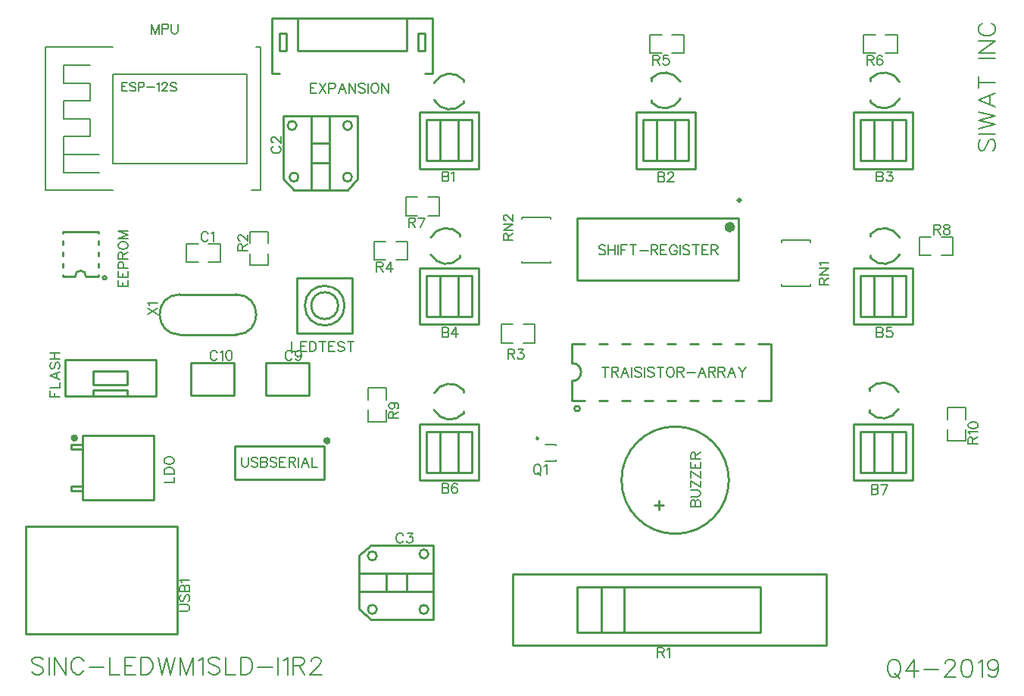
<source format=gto>
G04 Layer: TopSilkLayer*
G04 EasyEDA v6.2.46, 2019-11-08T21:27:59+07:00*
G04 648d43b609d64f9b9fe3d4d00a8c37d9,e5c1abbfa1e54b71a98531a1dec44753,10*
G04 Gerber Generator version 0.2*
G04 Scale: 100 percent, Rotated: No, Reflected: No *
G04 Dimensions in millimeters *
G04 leading zeros omitted , absolute positions ,3 integer and 3 decimal *
%FSLAX33Y33*%
%MOMM*%
G90*
G71D02*

%ADD10C,0.254000*%
%ADD12C,0.599999*%
%ADD34C,0.199898*%
%ADD35C,0.200660*%
%ADD36C,0.152258*%
%ADD37C,0.200000*%
%ADD38C,0.248920*%
%ADD39C,0.299999*%
%ADD40C,0.399999*%
%ADD41C,0.203200*%
%ADD42C,0.152400*%
%ADD43C,0.177800*%

%LPD*%
G54D10*
G01X17308Y17556D02*
G01X17308Y5556D01*
G01X309Y5556D01*
G01X309Y17556D01*
G01X17308Y17556D01*
G54D34*
G01X20747Y47098D02*
G01X22067Y47098D01*
G01X22067Y49168D01*
G01X20747Y49168D01*
G01X19615Y47098D02*
G01X18295Y47098D01*
G01X18295Y49168D01*
G01X19615Y49168D01*
G54D10*
G01X27151Y35876D02*
G01X32001Y35876D01*
G01X32001Y35871D02*
G01X32001Y32170D01*
G01X31998Y32171D02*
G01X27148Y32171D01*
G01X27148Y32176D02*
G01X27148Y35877D01*
G01X18769Y35876D02*
G01X23619Y35876D01*
G01X23619Y35871D02*
G01X23619Y32170D01*
G01X23616Y32171D02*
G01X18766Y32171D01*
G01X18766Y32176D02*
G01X18766Y35877D01*
G54D34*
G01X27450Y49195D02*
G01X27450Y50515D01*
G01X25380Y50515D01*
G01X25380Y49195D01*
G01X27450Y48063D02*
G01X27450Y46743D01*
G01X25380Y46743D01*
G01X25380Y48063D01*
G54D10*
G01X23850Y43485D02*
G01X17551Y43485D01*
G01X23850Y38990D02*
G01X17551Y38990D01*
G01X54737Y4255D02*
G01X54737Y12255D01*
G01X54737Y4255D02*
G01X89789Y4255D01*
G01X89789Y12192D01*
G01X54737Y12192D01*
G01X82422Y5714D02*
G01X61975Y5714D01*
G01X61975Y10794D01*
G01X82422Y10794D01*
G01X82422Y5714D01*
G01X67183Y10668D02*
G01X67183Y5842D01*
G01X64643Y5842D02*
G01X64643Y10668D01*
G01X64516Y10795D01*
G54D35*
G01X59573Y24980D02*
G01X59573Y24831D01*
G01X58447Y24831D01*
G01X58447Y26730D02*
G01X59573Y26730D01*
G01X59573Y26581D01*
G54D36*
G01X88082Y49575D02*
G01X88082Y49339D01*
G01X88082Y44655D02*
G01X88082Y44419D01*
G01X88082Y44419D02*
G01X84836Y44419D01*
G01X84836Y49575D02*
G01X84836Y49339D01*
G01X84836Y44655D02*
G01X84836Y44419D01*
G01X88082Y49575D02*
G01X84836Y49575D01*
G01X55753Y46979D02*
G01X55753Y47216D01*
G01X55753Y51899D02*
G01X55753Y52136D01*
G01X55753Y52136D02*
G01X58999Y52136D01*
G01X58999Y46979D02*
G01X58999Y47216D01*
G01X58999Y51899D02*
G01X58999Y52136D01*
G01X55753Y46979D02*
G01X58999Y46979D01*
G54D34*
G01X54817Y40150D02*
G01X53497Y40150D01*
G01X53497Y38080D01*
G01X54817Y38080D01*
G01X55949Y40150D02*
G01X57269Y40150D01*
G01X57269Y38080D01*
G01X55949Y38080D01*
G54D10*
G01X36267Y55130D02*
G01X30267Y55130D01*
G01X29117Y56438D02*
G01X29117Y63439D01*
G01X29117Y63439D02*
G01X37418Y63439D01*
G01X37418Y56438D02*
G01X37418Y63439D01*
G01X36277Y55130D02*
G01X37418Y56438D01*
G01X30267Y55130D02*
G01X29117Y56428D01*
G01X34268Y55138D02*
G01X34268Y63439D01*
G01X32266Y55138D02*
G01X32266Y63439D01*
G01X34268Y58199D02*
G01X32277Y58199D01*
G01X34258Y60429D02*
G01X32266Y60429D01*
G01X37604Y8309D02*
G01X37604Y14309D01*
G01X38912Y15459D02*
G01X45913Y15459D01*
G01X45913Y15459D02*
G01X45913Y7158D01*
G01X38912Y7158D02*
G01X45913Y7158D01*
G01X37604Y8299D02*
G01X38912Y7158D01*
G01X37604Y14309D02*
G01X38902Y15459D01*
G01X37612Y10308D02*
G01X45913Y10308D01*
G01X37612Y12310D02*
G01X45913Y12310D01*
G01X40673Y10308D02*
G01X40673Y12299D01*
G01X42903Y10318D02*
G01X42903Y12310D01*
G54D34*
G01X40593Y49421D02*
G01X39273Y49421D01*
G01X39273Y47351D01*
G01X40593Y47351D01*
G01X41725Y49421D02*
G01X43045Y49421D01*
G01X43045Y47351D01*
G01X41725Y47351D01*
G01X71454Y72535D02*
G01X70134Y72535D01*
G01X70134Y70465D01*
G01X71454Y70465D01*
G01X72586Y72535D02*
G01X73906Y72535D01*
G01X73906Y70465D01*
G01X72586Y70465D01*
G01X95330Y72535D02*
G01X94010Y72535D01*
G01X94010Y70465D01*
G01X95330Y70465D01*
G01X96462Y72535D02*
G01X97782Y72535D01*
G01X97782Y70465D01*
G01X96462Y70465D01*
G01X44149Y54374D02*
G01X42829Y54374D01*
G01X42829Y52304D01*
G01X44149Y52304D01*
G01X45281Y54374D02*
G01X46601Y54374D01*
G01X46601Y52304D01*
G01X45281Y52304D01*
G01X102662Y47860D02*
G01X103982Y47860D01*
G01X103982Y49930D01*
G01X102662Y49930D01*
G01X101530Y47860D02*
G01X100210Y47860D01*
G01X100210Y49930D01*
G01X101530Y49930D01*
G01X38589Y30560D02*
G01X38589Y29240D01*
G01X40659Y29240D01*
G01X40659Y30560D01*
G01X38589Y31692D02*
G01X38589Y33012D01*
G01X40659Y33012D01*
G01X40659Y31692D01*
G01X103359Y28401D02*
G01X103359Y27081D01*
G01X105429Y27081D01*
G01X105429Y28401D01*
G01X103359Y29533D02*
G01X103359Y30853D01*
G01X105429Y30853D01*
G01X105429Y29533D01*
G54D10*
G01X49251Y64844D02*
G01X49251Y65116D01*
G01X49251Y67217D02*
G01X49251Y67489D01*
G01X70255Y67616D02*
G01X70255Y67344D01*
G01X70255Y65243D02*
G01X70255Y64971D01*
G01X94766Y67616D02*
G01X94766Y67344D01*
G01X94766Y65243D02*
G01X94766Y64971D01*
G01X48870Y47572D02*
G01X48870Y47844D01*
G01X48870Y49945D02*
G01X48870Y50217D01*
G01X94766Y50217D02*
G01X94766Y49945D01*
G01X94766Y47844D02*
G01X94766Y47572D01*
G01X49251Y30173D02*
G01X49251Y30445D01*
G01X49251Y32546D02*
G01X49251Y32818D01*
G01X94639Y32945D02*
G01X94639Y32673D01*
G01X94639Y30572D02*
G01X94639Y30300D01*
G01X7874Y32131D02*
G01X7874Y32766D01*
G01X11684Y32766D01*
G01X11684Y32131D01*
G01X14859Y32131D01*
G01X14859Y36195D01*
G01X4699Y36195D01*
G01X4699Y32131D01*
G01X7874Y32131D01*
G01X11684Y32131D01*
G01X11684Y33401D02*
G01X11684Y34925D01*
G01X7874Y34925D01*
G01X7874Y33401D01*
G01X11684Y33401D01*
G01X48641Y62992D02*
G01X48641Y58420D01*
G01X46609Y62992D02*
G01X46609Y58420D01*
G01X45085Y62992D02*
G01X50165Y62992D01*
G01X50165Y58420D01*
G01X45085Y58420D01*
G01X45085Y62992D01*
G01X50925Y57555D02*
G01X44324Y57555D01*
G01X44324Y57555D02*
G01X44324Y63855D01*
G01X50925Y63856D02*
G01X50925Y57555D01*
G01X44324Y63856D02*
G01X50925Y63855D01*
G01X72929Y62992D02*
G01X72929Y58420D01*
G01X70897Y62992D02*
G01X70897Y58420D01*
G01X69373Y62992D02*
G01X74453Y62992D01*
G01X74453Y58420D01*
G01X69373Y58420D01*
G01X69373Y62992D01*
G01X75213Y57555D02*
G01X68613Y57555D01*
G01X68613Y57555D02*
G01X68613Y63855D01*
G01X75213Y63856D02*
G01X75213Y57555D01*
G01X68613Y63856D02*
G01X75213Y63855D01*
G01X97218Y62992D02*
G01X97218Y58420D01*
G01X95186Y62992D02*
G01X95186Y58420D01*
G01X93662Y62992D02*
G01X98742Y62992D01*
G01X98742Y58420D01*
G01X93662Y58420D01*
G01X93662Y62992D01*
G01X99502Y57555D02*
G01X92902Y57555D01*
G01X92902Y57555D02*
G01X92902Y63855D01*
G01X99502Y63856D02*
G01X99502Y57555D01*
G01X92902Y63856D02*
G01X99502Y63855D01*
G01X48641Y45561D02*
G01X48641Y40989D01*
G01X46609Y45561D02*
G01X46609Y40989D01*
G01X45085Y45561D02*
G01X50165Y45561D01*
G01X50165Y40989D01*
G01X45085Y40989D01*
G01X45085Y45561D01*
G01X50925Y40125D02*
G01X44324Y40125D01*
G01X44324Y40125D02*
G01X44324Y46425D01*
G01X50925Y46425D02*
G01X50925Y40125D01*
G01X44324Y46425D02*
G01X50925Y46425D01*
G01X97218Y28130D02*
G01X97218Y23558D01*
G01X95186Y28130D02*
G01X95186Y23558D01*
G01X93662Y28130D02*
G01X98742Y28130D01*
G01X98742Y23558D01*
G01X93662Y23558D01*
G01X93662Y28130D01*
G01X99502Y22694D02*
G01X92902Y22694D01*
G01X92902Y22694D02*
G01X92902Y28994D01*
G01X99502Y28994D02*
G01X99502Y22694D01*
G01X92902Y28994D02*
G01X99502Y28994D01*
G01X48641Y28130D02*
G01X48641Y23558D01*
G01X46609Y28130D02*
G01X46609Y23558D01*
G01X45085Y28130D02*
G01X50165Y28130D01*
G01X50165Y23558D01*
G01X45085Y23558D01*
G01X45085Y28130D01*
G01X50925Y22694D02*
G01X44324Y22694D01*
G01X44324Y22694D02*
G01X44324Y28994D01*
G01X50925Y28994D02*
G01X50925Y22694D01*
G01X44324Y28994D02*
G01X50925Y28994D01*
G01X97218Y45561D02*
G01X97218Y40989D01*
G01X95186Y45561D02*
G01X95186Y40989D01*
G01X93662Y45561D02*
G01X98742Y45561D01*
G01X98742Y40989D01*
G01X93662Y40989D01*
G01X93662Y45561D01*
G01X99502Y40125D02*
G01X92902Y40125D01*
G01X92902Y40125D02*
G01X92902Y46425D01*
G01X99502Y46425D02*
G01X99502Y40125D01*
G01X92902Y46425D02*
G01X99502Y46425D01*
G01X61417Y35796D02*
G01X61416Y37996D01*
G01X79697Y31598D02*
G01X80576Y31598D01*
G01X77157Y31598D02*
G01X78036Y31598D01*
G01X74617Y31598D02*
G01X75496Y31598D01*
G01X72077Y31598D02*
G01X72956Y31598D01*
G01X69537Y31598D02*
G01X70416Y31598D01*
G01X66997Y31598D02*
G01X67876Y31598D01*
G01X64457Y31598D02*
G01X65336Y31598D01*
G01X62516Y31598D02*
G01X62796Y31598D01*
G01X82236Y37996D02*
G01X82517Y37996D01*
G01X79696Y37996D02*
G01X80577Y37996D01*
G01X77156Y37996D02*
G01X78037Y37996D01*
G01X74616Y37996D02*
G01X75497Y37996D01*
G01X72076Y37996D02*
G01X72957Y37996D01*
G01X69536Y37996D02*
G01X70417Y37996D01*
G01X66996Y37996D02*
G01X67877Y37996D01*
G01X64456Y37996D02*
G01X65337Y37996D01*
G01X62516Y37996D02*
G01X62797Y37996D01*
G01X61417Y31598D02*
G01X61416Y33798D01*
G01X83616Y31598D02*
G01X83617Y37997D01*
G01X82237Y31598D02*
G01X82517Y31598D01*
G01X61416Y37996D02*
G01X62797Y37996D01*
G01X64456Y37996D02*
G01X65337Y37996D01*
G01X66996Y37996D02*
G01X67877Y37996D01*
G01X69536Y37996D02*
G01X70417Y37996D01*
G01X72076Y37996D02*
G01X72957Y37996D01*
G01X74616Y37996D02*
G01X75497Y37996D01*
G01X77156Y37996D02*
G01X78037Y37996D01*
G01X79696Y37996D02*
G01X80577Y37996D01*
G01X82236Y37996D02*
G01X83516Y37996D01*
G01X61417Y31598D02*
G01X62796Y31598D01*
G01X64457Y31598D02*
G01X65336Y31598D01*
G01X66997Y31598D02*
G01X67876Y31598D01*
G01X69537Y31598D02*
G01X70416Y31598D01*
G01X72077Y31598D02*
G01X72956Y31598D01*
G01X74617Y31598D02*
G01X75496Y31598D01*
G01X77157Y31598D02*
G01X78036Y31598D01*
G01X79697Y31598D02*
G01X80576Y31598D01*
G01X82237Y31598D02*
G01X83616Y31598D01*
G01X30653Y45332D02*
G01X36853Y45332D01*
G01X36853Y39132D01*
G01X30653Y39132D01*
G01X30653Y45332D01*
G01X8476Y45506D02*
G01X8476Y45650D01*
G01X8476Y46551D02*
G01X8476Y46920D01*
G01X4477Y45506D02*
G01X4477Y45650D01*
G01X4477Y46551D02*
G01X4477Y46920D01*
G01X4477Y47821D02*
G01X4477Y48190D01*
G01X4477Y49091D02*
G01X4477Y49460D01*
G01X7056Y45506D02*
G01X8476Y45506D01*
G01X8476Y47821D02*
G01X8476Y48190D01*
G01X8476Y49091D02*
G01X8476Y49460D01*
G01X8476Y50361D02*
G01X8476Y50505D01*
G01X4477Y45506D02*
G01X5877Y45506D01*
G01X4476Y50505D02*
G01X8476Y50505D01*
G01X4476Y50361D02*
G01X4476Y50505D01*
G01X80043Y46021D02*
G01X80043Y45093D01*
G01X61942Y45093D01*
G01X61942Y52021D01*
G01X80043Y52021D01*
G01X80043Y46021D01*
G01X33677Y23238D02*
G01X33677Y26492D01*
G01X23726Y26492D01*
G01X23726Y22809D01*
G01X33677Y22809D01*
G01X33677Y23238D01*
G01X14626Y27703D02*
G01X6676Y27703D01*
G01X6676Y20556D01*
G01X14626Y20556D01*
G01X14626Y27703D01*
G01X6676Y26729D02*
G01X5376Y26729D01*
G01X5376Y26230D01*
G01X6676Y26230D01*
G01X6680Y22007D02*
G01X5380Y22007D01*
G01X5380Y21507D01*
G01X6680Y21507D01*
G54D37*
G01X26563Y69088D02*
G01X26563Y57150D01*
G01X26565Y55130D02*
G01X26565Y57132D01*
G01X26563Y71122D02*
G01X26563Y69123D01*
G01X26563Y71122D02*
G01X26062Y71122D01*
G01X26565Y55130D02*
G01X25565Y55130D01*
G01X10063Y55123D02*
G01X2562Y55123D01*
G01X2562Y71122D01*
G01X10063Y71122D01*
G01X7564Y69123D02*
G01X4564Y69123D01*
G01X4564Y67122D01*
G01X7564Y67122D01*
G01X7564Y65123D01*
G01X4564Y65123D01*
G01X4564Y63124D01*
G01X7564Y63124D01*
G01X7564Y61122D01*
G01X4564Y61122D01*
G01X4564Y57122D01*
G01X8562Y57122D01*
G01X8562Y59123D02*
G01X4564Y59123D01*
G01X10063Y58122D02*
G01X10063Y68122D01*
G01X25064Y68122D01*
G01X25064Y58122D01*
G01X10063Y58122D01*
G54D10*
G01X71150Y19418D02*
G01X71150Y20434D01*
G01X70642Y19926D02*
G01X71658Y19926D01*
G01X29464Y70739D02*
G01X28702Y70739D01*
G01X28702Y72644D01*
G01X29464Y72644D01*
G01X29464Y70739D01*
G01X44941Y70739D02*
G01X44179Y70739D01*
G01X44179Y72644D01*
G01X44941Y72644D01*
G01X44941Y70739D01*
G01X42913Y74398D02*
G01X42913Y70739D01*
G01X30734Y70739D01*
G01X30729Y74398D01*
G01X45829Y68199D02*
G01X44941Y68199D01*
G01X45829Y68199D02*
G01X45829Y74398D01*
G01X45829Y74398D02*
G01X27829Y74398D01*
G01X28702Y68199D02*
G01X27813Y68199D01*
G01X27813Y74398D01*
G54D41*
G01X2308Y2659D02*
G01X2123Y2844D01*
G01X1846Y2936D01*
G01X1478Y2936D01*
G01X1201Y2844D01*
G01X1016Y2659D01*
G01X1016Y2476D01*
G01X1107Y2291D01*
G01X1201Y2197D01*
G01X1384Y2105D01*
G01X1940Y1920D01*
G01X2123Y1828D01*
G01X2217Y1737D01*
G01X2308Y1551D01*
G01X2308Y1275D01*
G01X2123Y1089D01*
G01X1846Y998D01*
G01X1478Y998D01*
G01X1201Y1089D01*
G01X1016Y1275D01*
G01X2918Y2936D02*
G01X2918Y998D01*
G01X3528Y2936D02*
G01X3528Y998D01*
G01X3528Y2936D02*
G01X4820Y998D01*
G01X4820Y2936D02*
G01X4820Y998D01*
G01X6817Y2476D02*
G01X6723Y2659D01*
G01X6540Y2844D01*
G01X6355Y2936D01*
G01X5984Y2936D01*
G01X5801Y2844D01*
G01X5615Y2659D01*
G01X5524Y2476D01*
G01X5430Y2197D01*
G01X5430Y1737D01*
G01X5524Y1460D01*
G01X5615Y1275D01*
G01X5801Y1089D01*
G01X5984Y998D01*
G01X6355Y998D01*
G01X6540Y1089D01*
G01X6723Y1275D01*
G01X6817Y1460D01*
G01X7426Y1828D02*
G01X9088Y1828D01*
G01X9697Y2936D02*
G01X9697Y998D01*
G01X9697Y998D02*
G01X10807Y998D01*
G01X11417Y2936D02*
G01X11417Y998D01*
G01X11417Y2936D02*
G01X12616Y2936D01*
G01X11417Y2014D02*
G01X12153Y2014D01*
G01X11417Y998D02*
G01X12616Y998D01*
G01X13225Y2936D02*
G01X13225Y998D01*
G01X13225Y2936D02*
G01X13873Y2936D01*
G01X14150Y2844D01*
G01X14335Y2659D01*
G01X14427Y2476D01*
G01X14518Y2197D01*
G01X14518Y1737D01*
G01X14427Y1460D01*
G01X14335Y1275D01*
G01X14150Y1089D01*
G01X13873Y998D01*
G01X13225Y998D01*
G01X15128Y2936D02*
G01X15590Y998D01*
G01X16052Y2936D02*
G01X15590Y998D01*
G01X16052Y2936D02*
G01X16515Y998D01*
G01X16977Y2936D02*
G01X16515Y998D01*
G01X17586Y2936D02*
G01X17586Y998D01*
G01X17586Y2936D02*
G01X18326Y998D01*
G01X19062Y2936D02*
G01X18326Y998D01*
G01X19062Y2936D02*
G01X19062Y998D01*
G01X19672Y2567D02*
G01X19857Y2659D01*
G01X20134Y2936D01*
G01X20134Y998D01*
G01X22037Y2659D02*
G01X21854Y2844D01*
G01X21577Y2936D01*
G01X21206Y2936D01*
G01X20929Y2844D01*
G01X20744Y2659D01*
G01X20744Y2476D01*
G01X20838Y2291D01*
G01X20929Y2197D01*
G01X21115Y2105D01*
G01X21668Y1920D01*
G01X21854Y1828D01*
G01X21945Y1737D01*
G01X22037Y1551D01*
G01X22037Y1275D01*
G01X21854Y1089D01*
G01X21577Y998D01*
G01X21206Y998D01*
G01X20929Y1089D01*
G01X20744Y1275D01*
G01X22646Y2936D02*
G01X22646Y998D01*
G01X22646Y998D02*
G01X23756Y998D01*
G01X24366Y2936D02*
G01X24366Y998D01*
G01X24366Y2936D02*
G01X25011Y2936D01*
G01X25288Y2844D01*
G01X25473Y2659D01*
G01X25565Y2476D01*
G01X25659Y2197D01*
G01X25659Y1737D01*
G01X25565Y1460D01*
G01X25473Y1275D01*
G01X25288Y1089D01*
G01X25011Y998D01*
G01X24366Y998D01*
G01X26268Y1828D02*
G01X27929Y1828D01*
G01X28539Y2936D02*
G01X28539Y998D01*
G01X29149Y2567D02*
G01X29334Y2659D01*
G01X29611Y2936D01*
G01X29611Y998D01*
G01X30220Y2936D02*
G01X30220Y998D01*
G01X30220Y2936D02*
G01X31051Y2936D01*
G01X31330Y2844D01*
G01X31422Y2753D01*
G01X31513Y2567D01*
G01X31513Y2382D01*
G01X31422Y2197D01*
G01X31330Y2105D01*
G01X31051Y2014D01*
G01X30220Y2014D01*
G01X30868Y2014D02*
G01X31513Y998D01*
G01X32217Y2476D02*
G01X32217Y2567D01*
G01X32308Y2753D01*
G01X32400Y2844D01*
G01X32585Y2936D01*
G01X32956Y2936D01*
G01X33139Y2844D01*
G01X33233Y2753D01*
G01X33324Y2567D01*
G01X33324Y2382D01*
G01X33233Y2197D01*
G01X33047Y1920D01*
G01X32123Y998D01*
G01X33416Y998D01*
G01X97200Y2666D02*
G01X97015Y2575D01*
G01X96832Y2390D01*
G01X96738Y2207D01*
G01X96647Y1927D01*
G01X96647Y1468D01*
G01X96738Y1191D01*
G01X96832Y1005D01*
G01X97015Y820D01*
G01X97200Y728D01*
G01X97571Y728D01*
G01X97754Y820D01*
G01X97939Y1005D01*
G01X98031Y1191D01*
G01X98125Y1468D01*
G01X98125Y1927D01*
G01X98031Y2207D01*
G01X97939Y2390D01*
G01X97754Y2575D01*
G01X97571Y2666D01*
G01X97200Y2666D01*
G01X97477Y1097D02*
G01X98031Y543D01*
G01X99656Y2666D02*
G01X98734Y1374D01*
G01X100119Y1374D01*
G01X99656Y2666D02*
G01X99656Y728D01*
G01X100728Y1559D02*
G01X102392Y1559D01*
G01X103093Y2207D02*
G01X103093Y2298D01*
G01X103187Y2484D01*
G01X103278Y2575D01*
G01X103464Y2666D01*
G01X103832Y2666D01*
G01X104018Y2575D01*
G01X104109Y2484D01*
G01X104203Y2298D01*
G01X104203Y2113D01*
G01X104109Y1927D01*
G01X103924Y1650D01*
G01X103002Y728D01*
G01X104294Y728D01*
G01X105458Y2666D02*
G01X105181Y2575D01*
G01X104995Y2298D01*
G01X104904Y1836D01*
G01X104904Y1559D01*
G01X104995Y1097D01*
G01X105181Y820D01*
G01X105458Y728D01*
G01X105643Y728D01*
G01X105920Y820D01*
G01X106105Y1097D01*
G01X106197Y1559D01*
G01X106197Y1836D01*
G01X106105Y2298D01*
G01X105920Y2575D01*
G01X105643Y2666D01*
G01X105458Y2666D01*
G01X106807Y2298D02*
G01X106992Y2390D01*
G01X107269Y2666D01*
G01X107269Y728D01*
G01X109080Y2021D02*
G01X108986Y1744D01*
G01X108800Y1559D01*
G01X108524Y1468D01*
G01X108432Y1468D01*
G01X108155Y1559D01*
G01X107970Y1744D01*
G01X107878Y2021D01*
G01X107878Y2113D01*
G01X107970Y2390D01*
G01X108155Y2575D01*
G01X108432Y2666D01*
G01X108524Y2666D01*
G01X108800Y2575D01*
G01X108986Y2390D01*
G01X109080Y2021D01*
G01X109080Y1559D01*
G01X108986Y1097D01*
G01X108800Y820D01*
G01X108524Y728D01*
G01X108341Y728D01*
G01X108064Y820D01*
G01X107970Y1005D01*
G01X107083Y60799D02*
G01X106898Y60614D01*
G01X106807Y60337D01*
G01X106807Y59969D01*
G01X106898Y59692D01*
G01X107083Y59507D01*
G01X107266Y59507D01*
G01X107452Y59598D01*
G01X107546Y59692D01*
G01X107637Y59875D01*
G01X107823Y60431D01*
G01X107914Y60614D01*
G01X108005Y60708D01*
G01X108191Y60799D01*
G01X108468Y60799D01*
G01X108653Y60614D01*
G01X108745Y60337D01*
G01X108745Y59969D01*
G01X108653Y59692D01*
G01X108468Y59507D01*
G01X106807Y61409D02*
G01X108745Y61409D01*
G01X106807Y62019D02*
G01X108745Y62481D01*
G01X106807Y62943D02*
G01X108745Y62481D01*
G01X106807Y62943D02*
G01X108745Y63406D01*
G01X106807Y63865D02*
G01X108745Y63406D01*
G01X106807Y65214D02*
G01X108745Y64475D01*
G01X106807Y65214D02*
G01X108745Y65953D01*
G01X108099Y64752D02*
G01X108099Y65676D01*
G01X106807Y67210D02*
G01X108745Y67210D01*
G01X106807Y66563D02*
G01X106807Y67856D01*
G01X106807Y69888D02*
G01X108745Y69888D01*
G01X106807Y70497D02*
G01X108745Y70497D01*
G01X106807Y70497D02*
G01X108745Y71790D01*
G01X106807Y71790D02*
G01X108745Y71790D01*
G01X107266Y73787D02*
G01X107083Y73693D01*
G01X106898Y73510D01*
G01X106807Y73324D01*
G01X106807Y72956D01*
G01X106898Y72771D01*
G01X107083Y72585D01*
G01X107266Y72494D01*
G01X107546Y72400D01*
G01X108005Y72400D01*
G01X108282Y72494D01*
G01X108468Y72585D01*
G01X108653Y72771D01*
G01X108745Y72956D01*
G01X108745Y73324D01*
G01X108653Y73510D01*
G01X108468Y73693D01*
G01X108282Y73787D01*
G54D42*
G01X17561Y8107D02*
G01X18341Y8107D01*
G01X18496Y8158D01*
G01X18600Y8262D01*
G01X18654Y8419D01*
G01X18654Y8523D01*
G01X18600Y8678D01*
G01X18496Y8783D01*
G01X18341Y8833D01*
G01X17561Y8833D01*
G01X17719Y9905D02*
G01X17615Y9801D01*
G01X17561Y9644D01*
G01X17561Y9438D01*
G01X17615Y9280D01*
G01X17719Y9176D01*
G01X17821Y9176D01*
G01X17925Y9230D01*
G01X17978Y9280D01*
G01X18029Y9384D01*
G01X18133Y9697D01*
G01X18186Y9801D01*
G01X18237Y9852D01*
G01X18341Y9905D01*
G01X18496Y9905D01*
G01X18600Y9801D01*
G01X18654Y9644D01*
G01X18654Y9438D01*
G01X18600Y9280D01*
G01X18496Y9176D01*
G01X17561Y10248D02*
G01X18654Y10248D01*
G01X17561Y10248D02*
G01X17561Y10715D01*
G01X17615Y10870D01*
G01X17666Y10924D01*
G01X17770Y10975D01*
G01X17874Y10975D01*
G01X17978Y10924D01*
G01X18029Y10870D01*
G01X18082Y10715D01*
G01X18082Y10248D02*
G01X18082Y10715D01*
G01X18133Y10870D01*
G01X18186Y10924D01*
G01X18290Y10975D01*
G01X18445Y10975D01*
G01X18550Y10924D01*
G01X18600Y10870D01*
G01X18654Y10715D01*
G01X18654Y10248D01*
G01X17770Y11317D02*
G01X17719Y11422D01*
G01X17561Y11577D01*
G01X18654Y11577D01*
G01X20718Y50254D02*
G01X20665Y50358D01*
G01X20561Y50462D01*
G01X20459Y50513D01*
G01X20251Y50513D01*
G01X20147Y50462D01*
G01X20042Y50358D01*
G01X19989Y50254D01*
G01X19938Y50096D01*
G01X19938Y49837D01*
G01X19989Y49682D01*
G01X20042Y49578D01*
G01X20147Y49474D01*
G01X20251Y49421D01*
G01X20459Y49421D01*
G01X20561Y49474D01*
G01X20665Y49578D01*
G01X20718Y49682D01*
G01X21061Y50304D02*
G01X21165Y50358D01*
G01X21320Y50513D01*
G01X21320Y49421D01*
G01X30116Y36962D02*
G01X30063Y37066D01*
G01X29959Y37170D01*
G01X29857Y37221D01*
G01X29649Y37221D01*
G01X29545Y37170D01*
G01X29441Y37066D01*
G01X29387Y36962D01*
G01X29337Y36807D01*
G01X29337Y36545D01*
G01X29387Y36390D01*
G01X29441Y36286D01*
G01X29545Y36182D01*
G01X29649Y36131D01*
G01X29857Y36131D01*
G01X29959Y36182D01*
G01X30063Y36286D01*
G01X30116Y36390D01*
G01X31135Y36857D02*
G01X31081Y36703D01*
G01X30977Y36598D01*
G01X30822Y36545D01*
G01X30772Y36545D01*
G01X30614Y36598D01*
G01X30510Y36703D01*
G01X30459Y36857D01*
G01X30459Y36911D01*
G01X30510Y37066D01*
G01X30614Y37170D01*
G01X30772Y37221D01*
G01X30822Y37221D01*
G01X30977Y37170D01*
G01X31081Y37066D01*
G01X31135Y36857D01*
G01X31135Y36598D01*
G01X31081Y36339D01*
G01X30977Y36182D01*
G01X30822Y36131D01*
G01X30718Y36131D01*
G01X30563Y36182D01*
G01X30510Y36286D01*
G01X21734Y36962D02*
G01X21681Y37066D01*
G01X21577Y37170D01*
G01X21475Y37221D01*
G01X21267Y37221D01*
G01X21163Y37170D01*
G01X21059Y37066D01*
G01X21005Y36962D01*
G01X20955Y36807D01*
G01X20955Y36545D01*
G01X21005Y36390D01*
G01X21059Y36286D01*
G01X21163Y36182D01*
G01X21267Y36131D01*
G01X21475Y36131D01*
G01X21577Y36182D01*
G01X21681Y36286D01*
G01X21734Y36390D01*
G01X22077Y37012D02*
G01X22181Y37066D01*
G01X22336Y37221D01*
G01X22336Y36131D01*
G01X22992Y37221D02*
G01X22834Y37170D01*
G01X22733Y37012D01*
G01X22679Y36753D01*
G01X22679Y36598D01*
G01X22733Y36339D01*
G01X22834Y36182D01*
G01X22992Y36131D01*
G01X23096Y36131D01*
G01X23251Y36182D01*
G01X23355Y36339D01*
G01X23406Y36598D01*
G01X23406Y36753D01*
G01X23355Y37012D01*
G01X23251Y37170D01*
G01X23096Y37221D01*
G01X22992Y37221D01*
G01X24035Y48386D02*
G01X25127Y48386D01*
G01X24035Y48386D02*
G01X24035Y48854D01*
G01X24086Y49009D01*
G01X24139Y49062D01*
G01X24244Y49113D01*
G01X24348Y49113D01*
G01X24452Y49062D01*
G01X24503Y49009D01*
G01X24556Y48854D01*
G01X24556Y48386D01*
G01X24556Y48749D02*
G01X25127Y49113D01*
G01X24294Y49509D02*
G01X24244Y49509D01*
G01X24139Y49560D01*
G01X24086Y49613D01*
G01X24035Y49717D01*
G01X24035Y49923D01*
G01X24086Y50027D01*
G01X24139Y50080D01*
G01X24244Y50131D01*
G01X24348Y50131D01*
G01X24452Y50080D01*
G01X24607Y49976D01*
G01X25127Y49456D01*
G01X25127Y50185D01*
G01X13959Y41237D02*
G01X15049Y41964D01*
G01X13959Y41964D02*
G01X15049Y41237D01*
G01X14165Y42307D02*
G01X14114Y42411D01*
G01X13959Y42568D01*
G01X15049Y42568D01*
G01X70986Y4001D02*
G01X70986Y2911D01*
G01X70986Y4001D02*
G01X71453Y4001D01*
G01X71608Y3950D01*
G01X71661Y3899D01*
G01X71712Y3795D01*
G01X71712Y3691D01*
G01X71661Y3586D01*
G01X71608Y3533D01*
G01X71453Y3482D01*
G01X70986Y3482D01*
G01X71349Y3482D02*
G01X71712Y2911D01*
G01X72055Y3795D02*
G01X72159Y3846D01*
G01X72316Y4001D01*
G01X72316Y2911D01*
G01X57424Y24455D02*
G01X57320Y24401D01*
G01X57216Y24300D01*
G01X57162Y24196D01*
G01X57111Y24038D01*
G01X57111Y23779D01*
G01X57162Y23624D01*
G01X57216Y23520D01*
G01X57320Y23416D01*
G01X57424Y23362D01*
G01X57632Y23362D01*
G01X57734Y23416D01*
G01X57838Y23520D01*
G01X57891Y23624D01*
G01X57942Y23779D01*
G01X57942Y24038D01*
G01X57891Y24196D01*
G01X57838Y24300D01*
G01X57734Y24401D01*
G01X57632Y24455D01*
G01X57424Y24455D01*
G01X57579Y23571D02*
G01X57891Y23258D01*
G01X58285Y24246D02*
G01X58389Y24300D01*
G01X58547Y24455D01*
G01X58547Y23362D01*
G01X89024Y44597D02*
G01X90114Y44597D01*
G01X89024Y44597D02*
G01X89024Y45064D01*
G01X89075Y45219D01*
G01X89128Y45272D01*
G01X89232Y45323D01*
G01X89336Y45323D01*
G01X89441Y45272D01*
G01X89491Y45219D01*
G01X89542Y45064D01*
G01X89542Y44597D01*
G01X89542Y44960D02*
G01X90114Y45323D01*
G01X89024Y45666D02*
G01X90114Y45666D01*
G01X89024Y45666D02*
G01X90114Y46395D01*
G01X89024Y46395D02*
G01X90114Y46395D01*
G01X89232Y46738D02*
G01X89179Y46842D01*
G01X89024Y46997D01*
G01X90114Y46997D01*
G01X53721Y49557D02*
G01X54810Y49557D01*
G01X53721Y49557D02*
G01X53721Y50025D01*
G01X53771Y50180D01*
G01X53825Y50233D01*
G01X53929Y50284D01*
G01X54033Y50284D01*
G01X54137Y50233D01*
G01X54188Y50180D01*
G01X54239Y50025D01*
G01X54239Y49557D01*
G01X54239Y49921D02*
G01X54810Y50284D01*
G01X53721Y50627D02*
G01X54810Y50627D01*
G01X53721Y50627D02*
G01X54810Y51356D01*
G01X53721Y51356D02*
G01X54810Y51356D01*
G01X53980Y51749D02*
G01X53929Y51749D01*
G01X53825Y51803D01*
G01X53771Y51854D01*
G01X53721Y51958D01*
G01X53721Y52166D01*
G01X53771Y52270D01*
G01X53825Y52321D01*
G01X53929Y52374D01*
G01X54033Y52374D01*
G01X54137Y52321D01*
G01X54292Y52217D01*
G01X54810Y51699D01*
G01X54810Y52425D01*
G01X54229Y37337D02*
G01X54229Y36245D01*
G01X54229Y37337D02*
G01X54696Y37337D01*
G01X54851Y37287D01*
G01X54904Y37233D01*
G01X54955Y37129D01*
G01X54955Y37025D01*
G01X54904Y36921D01*
G01X54851Y36870D01*
G01X54696Y36817D01*
G01X54229Y36817D01*
G01X54592Y36817D02*
G01X54955Y36245D01*
G01X55402Y37337D02*
G01X55973Y37337D01*
G01X55664Y36921D01*
G01X55819Y36921D01*
G01X55923Y36870D01*
G01X55973Y36817D01*
G01X56027Y36662D01*
G01X56027Y36558D01*
G01X55973Y36403D01*
G01X55869Y36299D01*
G01X55714Y36245D01*
G01X55559Y36245D01*
G01X55402Y36299D01*
G01X55351Y36349D01*
G01X55298Y36454D01*
G01X28032Y60065D02*
G01X27928Y60012D01*
G01X27824Y59908D01*
G01X27773Y59806D01*
G01X27773Y59598D01*
G01X27824Y59494D01*
G01X27928Y59390D01*
G01X28032Y59336D01*
G01X28187Y59286D01*
G01X28446Y59286D01*
G01X28604Y59336D01*
G01X28708Y59390D01*
G01X28812Y59494D01*
G01X28863Y59598D01*
G01X28863Y59806D01*
G01X28812Y59908D01*
G01X28708Y60012D01*
G01X28604Y60065D01*
G01X28032Y60459D02*
G01X27979Y60459D01*
G01X27875Y60512D01*
G01X27824Y60563D01*
G01X27773Y60667D01*
G01X27773Y60876D01*
G01X27824Y60980D01*
G01X27875Y61031D01*
G01X27979Y61084D01*
G01X28083Y61084D01*
G01X28187Y61031D01*
G01X28345Y60926D01*
G01X28863Y60408D01*
G01X28863Y61135D01*
G01X42539Y16544D02*
G01X42486Y16648D01*
G01X42382Y16752D01*
G01X42280Y16803D01*
G01X42072Y16803D01*
G01X41968Y16752D01*
G01X41864Y16648D01*
G01X41810Y16544D01*
G01X41760Y16389D01*
G01X41760Y16130D01*
G01X41810Y15972D01*
G01X41864Y15868D01*
G01X41968Y15764D01*
G01X42072Y15713D01*
G01X42280Y15713D01*
G01X42382Y15764D01*
G01X42486Y15868D01*
G01X42539Y15972D01*
G01X42986Y16803D02*
G01X43558Y16803D01*
G01X43246Y16389D01*
G01X43400Y16389D01*
G01X43505Y16336D01*
G01X43558Y16285D01*
G01X43609Y16130D01*
G01X43609Y16026D01*
G01X43558Y15868D01*
G01X43454Y15764D01*
G01X43296Y15713D01*
G01X43141Y15713D01*
G01X42986Y15764D01*
G01X42933Y15817D01*
G01X42882Y15921D01*
G01X39553Y47098D02*
G01X39553Y46006D01*
G01X39553Y47098D02*
G01X40020Y47098D01*
G01X40175Y47048D01*
G01X40228Y46994D01*
G01X40279Y46890D01*
G01X40279Y46786D01*
G01X40228Y46682D01*
G01X40175Y46631D01*
G01X40020Y46578D01*
G01X39553Y46578D01*
G01X39916Y46578D02*
G01X40279Y46006D01*
G01X41143Y47098D02*
G01X40622Y46372D01*
G01X41402Y46372D01*
G01X41143Y47098D02*
G01X41143Y46006D01*
G01X70464Y70212D02*
G01X70464Y69120D01*
G01X70464Y70212D02*
G01X70932Y70212D01*
G01X71087Y70162D01*
G01X71140Y70108D01*
G01X71191Y70004D01*
G01X71191Y69900D01*
G01X71140Y69796D01*
G01X71087Y69745D01*
G01X70932Y69692D01*
G01X70464Y69692D01*
G01X70828Y69692D02*
G01X71191Y69120D01*
G01X72159Y70212D02*
G01X71638Y70212D01*
G01X71587Y69745D01*
G01X71638Y69796D01*
G01X71795Y69849D01*
G01X71950Y69849D01*
G01X72105Y69796D01*
G01X72209Y69692D01*
G01X72263Y69537D01*
G01X72263Y69433D01*
G01X72209Y69278D01*
G01X72105Y69174D01*
G01X71950Y69120D01*
G01X71795Y69120D01*
G01X71638Y69174D01*
G01X71587Y69224D01*
G01X71534Y69329D01*
G01X94394Y70212D02*
G01X94394Y69120D01*
G01X94394Y70212D02*
G01X94861Y70212D01*
G01X95016Y70162D01*
G01X95069Y70108D01*
G01X95120Y70004D01*
G01X95120Y69900D01*
G01X95069Y69796D01*
G01X95016Y69745D01*
G01X94861Y69692D01*
G01X94394Y69692D01*
G01X94757Y69692D02*
G01X95120Y69120D01*
G01X96088Y70058D02*
G01X96035Y70162D01*
G01X95880Y70212D01*
G01X95775Y70212D01*
G01X95621Y70162D01*
G01X95516Y70004D01*
G01X95463Y69745D01*
G01X95463Y69486D01*
G01X95516Y69278D01*
G01X95621Y69174D01*
G01X95775Y69120D01*
G01X95829Y69120D01*
G01X95984Y69174D01*
G01X96088Y69278D01*
G01X96139Y69433D01*
G01X96139Y69486D01*
G01X96088Y69641D01*
G01X95984Y69745D01*
G01X95829Y69796D01*
G01X95775Y69796D01*
G01X95621Y69745D01*
G01X95516Y69641D01*
G01X95463Y69486D01*
G01X43159Y52051D02*
G01X43159Y50959D01*
G01X43159Y52051D02*
G01X43627Y52051D01*
G01X43782Y52001D01*
G01X43835Y51947D01*
G01X43886Y51843D01*
G01X43886Y51739D01*
G01X43835Y51635D01*
G01X43782Y51584D01*
G01X43627Y51531D01*
G01X43159Y51531D01*
G01X43523Y51531D02*
G01X43886Y50959D01*
G01X44958Y52051D02*
G01X44437Y50959D01*
G01X44229Y52051D02*
G01X44958Y52051D01*
G01X101853Y51275D02*
G01X101853Y50183D01*
G01X101853Y51275D02*
G01X102321Y51275D01*
G01X102476Y51224D01*
G01X102529Y51171D01*
G01X102580Y51066D01*
G01X102580Y50962D01*
G01X102529Y50858D01*
G01X102476Y50807D01*
G01X102321Y50754D01*
G01X101853Y50754D01*
G01X102216Y50754D02*
G01X102580Y50183D01*
G01X103184Y51275D02*
G01X103027Y51224D01*
G01X102976Y51120D01*
G01X102976Y51016D01*
G01X103027Y50912D01*
G01X103131Y50858D01*
G01X103339Y50807D01*
G01X103494Y50754D01*
G01X103598Y50652D01*
G01X103652Y50548D01*
G01X103652Y50391D01*
G01X103598Y50287D01*
G01X103547Y50236D01*
G01X103390Y50183D01*
G01X103184Y50183D01*
G01X103027Y50236D01*
G01X102976Y50287D01*
G01X102923Y50391D01*
G01X102923Y50548D01*
G01X102976Y50652D01*
G01X103080Y50754D01*
G01X103235Y50807D01*
G01X103443Y50858D01*
G01X103547Y50912D01*
G01X103598Y51016D01*
G01X103598Y51120D01*
G01X103547Y51224D01*
G01X103390Y51275D01*
G01X103184Y51275D01*
G01X40912Y29624D02*
G01X42004Y29624D01*
G01X40912Y29624D02*
G01X40912Y30091D01*
G01X40962Y30246D01*
G01X41016Y30299D01*
G01X41120Y30350D01*
G01X41224Y30350D01*
G01X41328Y30299D01*
G01X41379Y30246D01*
G01X41432Y30091D01*
G01X41432Y29624D01*
G01X41432Y29987D02*
G01X42004Y30350D01*
G01X41275Y31369D02*
G01X41432Y31318D01*
G01X41534Y31214D01*
G01X41587Y31059D01*
G01X41587Y31005D01*
G01X41534Y30851D01*
G01X41432Y30746D01*
G01X41275Y30693D01*
G01X41224Y30693D01*
G01X41066Y30746D01*
G01X40962Y30851D01*
G01X40912Y31005D01*
G01X40912Y31059D01*
G01X40962Y31214D01*
G01X41066Y31318D01*
G01X41275Y31369D01*
G01X41534Y31369D01*
G01X41795Y31318D01*
G01X41950Y31214D01*
G01X42004Y31059D01*
G01X42004Y30955D01*
G01X41950Y30797D01*
G01X41846Y30746D01*
G01X105682Y26809D02*
G01X106774Y26809D01*
G01X105682Y26809D02*
G01X105682Y27277D01*
G01X105732Y27432D01*
G01X105786Y27485D01*
G01X105890Y27536D01*
G01X105994Y27536D01*
G01X106098Y27485D01*
G01X106149Y27432D01*
G01X106202Y27277D01*
G01X106202Y26809D01*
G01X106202Y27173D02*
G01X106774Y27536D01*
G01X105890Y27879D02*
G01X105836Y27983D01*
G01X105682Y28140D01*
G01X106774Y28140D01*
G01X105682Y28793D02*
G01X105732Y28638D01*
G01X105890Y28534D01*
G01X106149Y28483D01*
G01X106304Y28483D01*
G01X106565Y28534D01*
G01X106720Y28638D01*
G01X106774Y28793D01*
G01X106774Y28897D01*
G01X106720Y29055D01*
G01X106565Y29159D01*
G01X106304Y29210D01*
G01X106149Y29210D01*
G01X105890Y29159D01*
G01X105732Y29055D01*
G01X105682Y28897D01*
G01X105682Y28793D01*
G01X3048Y32001D02*
G01X4137Y32001D01*
G01X3048Y32001D02*
G01X3048Y32677D01*
G01X3566Y32001D02*
G01X3566Y32418D01*
G01X3048Y33020D02*
G01X4137Y33020D01*
G01X4137Y33020D02*
G01X4137Y33642D01*
G01X3048Y34401D02*
G01X4137Y33985D01*
G01X3048Y34401D02*
G01X4137Y34818D01*
G01X3774Y34142D02*
G01X3774Y34660D01*
G01X3202Y35887D02*
G01X3098Y35783D01*
G01X3048Y35628D01*
G01X3048Y35420D01*
G01X3098Y35265D01*
G01X3202Y35161D01*
G01X3307Y35161D01*
G01X3411Y35212D01*
G01X3462Y35265D01*
G01X3515Y35366D01*
G01X3619Y35679D01*
G01X3670Y35783D01*
G01X3721Y35836D01*
G01X3825Y35887D01*
G01X3982Y35887D01*
G01X4086Y35783D01*
G01X4137Y35628D01*
G01X4137Y35420D01*
G01X4086Y35265D01*
G01X3982Y35161D01*
G01X3048Y36230D02*
G01X4137Y36230D01*
G01X3048Y36957D02*
G01X4137Y36957D01*
G01X3566Y36230D02*
G01X3566Y36957D01*
G01X46863Y57213D02*
G01X46863Y56121D01*
G01X46863Y57213D02*
G01X47330Y57213D01*
G01X47485Y57160D01*
G01X47538Y57109D01*
G01X47589Y57005D01*
G01X47589Y56901D01*
G01X47538Y56796D01*
G01X47485Y56746D01*
G01X47330Y56692D01*
G01X46863Y56692D02*
G01X47330Y56692D01*
G01X47485Y56642D01*
G01X47538Y56588D01*
G01X47589Y56484D01*
G01X47589Y56329D01*
G01X47538Y56225D01*
G01X47485Y56174D01*
G01X47330Y56121D01*
G01X46863Y56121D01*
G01X47932Y57005D02*
G01X48036Y57056D01*
G01X48193Y57213D01*
G01X48193Y56121D01*
G01X70993Y57150D02*
G01X70993Y56057D01*
G01X70993Y57150D02*
G01X71460Y57150D01*
G01X71615Y57096D01*
G01X71668Y57045D01*
G01X71719Y56941D01*
G01X71719Y56837D01*
G01X71668Y56733D01*
G01X71615Y56682D01*
G01X71460Y56629D01*
G01X70993Y56629D02*
G01X71460Y56629D01*
G01X71615Y56578D01*
G01X71668Y56525D01*
G01X71719Y56421D01*
G01X71719Y56266D01*
G01X71668Y56161D01*
G01X71615Y56111D01*
G01X71460Y56057D01*
G01X70993Y56057D01*
G01X72115Y56888D02*
G01X72115Y56941D01*
G01X72166Y57045D01*
G01X72219Y57096D01*
G01X72323Y57150D01*
G01X72529Y57150D01*
G01X72633Y57096D01*
G01X72687Y57045D01*
G01X72737Y56941D01*
G01X72737Y56837D01*
G01X72687Y56733D01*
G01X72583Y56578D01*
G01X72062Y56057D01*
G01X72791Y56057D01*
G01X95440Y57213D02*
G01X95440Y56121D01*
G01X95440Y57213D02*
G01X95907Y57213D01*
G01X96062Y57160D01*
G01X96116Y57109D01*
G01X96166Y57005D01*
G01X96166Y56901D01*
G01X96116Y56796D01*
G01X96062Y56746D01*
G01X95907Y56692D01*
G01X95440Y56692D02*
G01X95907Y56692D01*
G01X96062Y56642D01*
G01X96116Y56588D01*
G01X96166Y56484D01*
G01X96166Y56329D01*
G01X96116Y56225D01*
G01X96062Y56174D01*
G01X95907Y56121D01*
G01X95440Y56121D01*
G01X96613Y57213D02*
G01X97185Y57213D01*
G01X96875Y56796D01*
G01X97030Y56796D01*
G01X97134Y56746D01*
G01X97185Y56692D01*
G01X97238Y56537D01*
G01X97238Y56433D01*
G01X97185Y56276D01*
G01X97081Y56174D01*
G01X96926Y56121D01*
G01X96771Y56121D01*
G01X96613Y56174D01*
G01X96563Y56225D01*
G01X96509Y56329D01*
G01X46863Y39782D02*
G01X46863Y38690D01*
G01X46863Y39782D02*
G01X47330Y39782D01*
G01X47485Y39729D01*
G01X47538Y39678D01*
G01X47589Y39574D01*
G01X47589Y39470D01*
G01X47538Y39366D01*
G01X47485Y39315D01*
G01X47330Y39262D01*
G01X46863Y39262D02*
G01X47330Y39262D01*
G01X47485Y39211D01*
G01X47538Y39157D01*
G01X47589Y39053D01*
G01X47589Y38898D01*
G01X47538Y38794D01*
G01X47485Y38743D01*
G01X47330Y38690D01*
G01X46863Y38690D01*
G01X48453Y39782D02*
G01X47932Y39053D01*
G01X48712Y39053D01*
G01X48453Y39782D02*
G01X48453Y38690D01*
G01X94869Y22225D02*
G01X94869Y21132D01*
G01X94869Y22225D02*
G01X95336Y22225D01*
G01X95491Y22171D01*
G01X95544Y22120D01*
G01X95595Y22016D01*
G01X95595Y21912D01*
G01X95544Y21808D01*
G01X95491Y21757D01*
G01X95336Y21704D01*
G01X94869Y21704D02*
G01X95336Y21704D01*
G01X95491Y21653D01*
G01X95544Y21600D01*
G01X95595Y21496D01*
G01X95595Y21341D01*
G01X95544Y21236D01*
G01X95491Y21186D01*
G01X95336Y21132D01*
G01X94869Y21132D01*
G01X96667Y22225D02*
G01X96146Y21132D01*
G01X95938Y22225D02*
G01X96667Y22225D01*
G01X46863Y22352D02*
G01X46863Y21259D01*
G01X46863Y22352D02*
G01X47330Y22352D01*
G01X47485Y22298D01*
G01X47538Y22247D01*
G01X47589Y22143D01*
G01X47589Y22039D01*
G01X47538Y21935D01*
G01X47485Y21884D01*
G01X47330Y21831D01*
G01X46863Y21831D02*
G01X47330Y21831D01*
G01X47485Y21780D01*
G01X47538Y21727D01*
G01X47589Y21623D01*
G01X47589Y21468D01*
G01X47538Y21363D01*
G01X47485Y21313D01*
G01X47330Y21259D01*
G01X46863Y21259D01*
G01X48557Y22194D02*
G01X48503Y22298D01*
G01X48348Y22352D01*
G01X48244Y22352D01*
G01X48089Y22298D01*
G01X47985Y22143D01*
G01X47932Y21884D01*
G01X47932Y21623D01*
G01X47985Y21414D01*
G01X48089Y21313D01*
G01X48244Y21259D01*
G01X48298Y21259D01*
G01X48453Y21313D01*
G01X48557Y21414D01*
G01X48607Y21572D01*
G01X48607Y21623D01*
G01X48557Y21780D01*
G01X48453Y21884D01*
G01X48298Y21935D01*
G01X48244Y21935D01*
G01X48089Y21884D01*
G01X47985Y21780D01*
G01X47932Y21623D01*
G01X95440Y39782D02*
G01X95440Y38690D01*
G01X95440Y39782D02*
G01X95907Y39782D01*
G01X96062Y39729D01*
G01X96116Y39678D01*
G01X96166Y39574D01*
G01X96166Y39470D01*
G01X96116Y39366D01*
G01X96062Y39315D01*
G01X95907Y39262D01*
G01X95440Y39262D02*
G01X95907Y39262D01*
G01X96062Y39211D01*
G01X96116Y39157D01*
G01X96166Y39053D01*
G01X96166Y38898D01*
G01X96116Y38794D01*
G01X96062Y38743D01*
G01X95907Y38690D01*
G01X95440Y38690D01*
G01X97134Y39782D02*
G01X96613Y39782D01*
G01X96563Y39315D01*
G01X96613Y39366D01*
G01X96771Y39416D01*
G01X96926Y39416D01*
G01X97081Y39366D01*
G01X97185Y39262D01*
G01X97238Y39107D01*
G01X97238Y39002D01*
G01X97185Y38845D01*
G01X97081Y38743D01*
G01X96926Y38690D01*
G01X96771Y38690D01*
G01X96613Y38743D01*
G01X96563Y38794D01*
G01X96509Y38898D01*
G01X65133Y35344D02*
G01X65133Y34254D01*
G01X64770Y35344D02*
G01X65496Y35344D01*
G01X65839Y35344D02*
G01X65839Y34254D01*
G01X65839Y35344D02*
G01X66306Y35344D01*
G01X66464Y35293D01*
G01X66514Y35240D01*
G01X66568Y35138D01*
G01X66568Y35034D01*
G01X66514Y34930D01*
G01X66464Y34876D01*
G01X66306Y34826D01*
G01X65839Y34826D01*
G01X66205Y34826D02*
G01X66568Y34254D01*
G01X67325Y35344D02*
G01X66911Y34254D01*
G01X67325Y35344D02*
G01X67741Y34254D01*
G01X67066Y34617D02*
G01X67586Y34617D01*
G01X68084Y35344D02*
G01X68084Y34254D01*
G01X69154Y35189D02*
G01X69049Y35293D01*
G01X68894Y35344D01*
G01X68686Y35344D01*
G01X68531Y35293D01*
G01X68427Y35189D01*
G01X68427Y35085D01*
G01X68478Y34981D01*
G01X68531Y34930D01*
G01X68635Y34876D01*
G01X68948Y34772D01*
G01X69049Y34722D01*
G01X69103Y34668D01*
G01X69154Y34567D01*
G01X69154Y34409D01*
G01X69049Y34305D01*
G01X68894Y34254D01*
G01X68686Y34254D01*
G01X68531Y34305D01*
G01X68427Y34409D01*
G01X69496Y35344D02*
G01X69496Y34254D01*
G01X70568Y35189D02*
G01X70464Y35293D01*
G01X70307Y35344D01*
G01X70101Y35344D01*
G01X69943Y35293D01*
G01X69839Y35189D01*
G01X69839Y35085D01*
G01X69893Y34981D01*
G01X69943Y34930D01*
G01X70048Y34876D01*
G01X70360Y34772D01*
G01X70464Y34722D01*
G01X70515Y34668D01*
G01X70568Y34567D01*
G01X70568Y34409D01*
G01X70464Y34305D01*
G01X70307Y34254D01*
G01X70101Y34254D01*
G01X69943Y34305D01*
G01X69839Y34409D01*
G01X71274Y35344D02*
G01X71274Y34254D01*
G01X70911Y35344D02*
G01X71638Y35344D01*
G01X72293Y35344D02*
G01X72189Y35293D01*
G01X72085Y35189D01*
G01X72034Y35085D01*
G01X71981Y34930D01*
G01X71981Y34668D01*
G01X72034Y34513D01*
G01X72085Y34409D01*
G01X72189Y34305D01*
G01X72293Y34254D01*
G01X72501Y34254D01*
G01X72605Y34305D01*
G01X72707Y34409D01*
G01X72760Y34513D01*
G01X72811Y34668D01*
G01X72811Y34930D01*
G01X72760Y35085D01*
G01X72707Y35189D01*
G01X72605Y35293D01*
G01X72501Y35344D01*
G01X72293Y35344D01*
G01X73154Y35344D02*
G01X73154Y34254D01*
G01X73154Y35344D02*
G01X73621Y35344D01*
G01X73779Y35293D01*
G01X73830Y35240D01*
G01X73883Y35138D01*
G01X73883Y35034D01*
G01X73830Y34930D01*
G01X73779Y34876D01*
G01X73621Y34826D01*
G01X73154Y34826D01*
G01X73520Y34826D02*
G01X73883Y34254D01*
G01X74226Y34722D02*
G01X75161Y34722D01*
G01X75920Y35344D02*
G01X75504Y34254D01*
G01X75920Y35344D02*
G01X76334Y34254D01*
G01X75658Y34617D02*
G01X76179Y34617D01*
G01X76677Y35344D02*
G01X76677Y34254D01*
G01X76677Y35344D02*
G01X77144Y35344D01*
G01X77302Y35293D01*
G01X77353Y35240D01*
G01X77406Y35138D01*
G01X77406Y35034D01*
G01X77353Y34930D01*
G01X77302Y34876D01*
G01X77144Y34826D01*
G01X76677Y34826D01*
G01X77040Y34826D02*
G01X77406Y34254D01*
G01X77749Y35344D02*
G01X77749Y34254D01*
G01X77749Y35344D02*
G01X78216Y35344D01*
G01X78371Y35293D01*
G01X78422Y35240D01*
G01X78475Y35138D01*
G01X78475Y35034D01*
G01X78422Y34930D01*
G01X78371Y34876D01*
G01X78216Y34826D01*
G01X77749Y34826D01*
G01X78112Y34826D02*
G01X78475Y34254D01*
G01X79235Y35344D02*
G01X78818Y34254D01*
G01X79235Y35344D02*
G01X79649Y34254D01*
G01X78973Y34617D02*
G01X79494Y34617D01*
G01X79992Y35344D02*
G01X80408Y34826D01*
G01X80408Y34254D01*
G01X80822Y35344D02*
G01X80408Y34826D01*
G01X30070Y38207D02*
G01X30070Y37115D01*
G01X30070Y37115D02*
G01X30692Y37115D01*
G01X31035Y38207D02*
G01X31035Y37115D01*
G01X31035Y38207D02*
G01X31710Y38207D01*
G01X31035Y37686D02*
G01X31451Y37686D01*
G01X31035Y37115D02*
G01X31710Y37115D01*
G01X32053Y38207D02*
G01X32053Y37115D01*
G01X32053Y38207D02*
G01X32419Y38207D01*
G01X32574Y38154D01*
G01X32678Y38052D01*
G01X32729Y37948D01*
G01X32782Y37791D01*
G01X32782Y37531D01*
G01X32729Y37376D01*
G01X32678Y37272D01*
G01X32574Y37168D01*
G01X32419Y37115D01*
G01X32053Y37115D01*
G01X33488Y38207D02*
G01X33488Y37115D01*
G01X33125Y38207D02*
G01X33852Y38207D01*
G01X34195Y38207D02*
G01X34195Y37115D01*
G01X34195Y38207D02*
G01X34870Y38207D01*
G01X34195Y37686D02*
G01X34611Y37686D01*
G01X34195Y37115D02*
G01X34870Y37115D01*
G01X35939Y38052D02*
G01X35835Y38154D01*
G01X35680Y38207D01*
G01X35472Y38207D01*
G01X35317Y38154D01*
G01X35213Y38052D01*
G01X35213Y37948D01*
G01X35264Y37844D01*
G01X35317Y37791D01*
G01X35421Y37740D01*
G01X35734Y37636D01*
G01X35835Y37582D01*
G01X35889Y37531D01*
G01X35939Y37427D01*
G01X35939Y37272D01*
G01X35835Y37168D01*
G01X35680Y37115D01*
G01X35472Y37115D01*
G01X35317Y37168D01*
G01X35213Y37272D01*
G01X36648Y38207D02*
G01X36648Y37115D01*
G01X36282Y38207D02*
G01X37011Y38207D01*
G01X10668Y44363D02*
G01X11757Y44363D01*
G01X10668Y44363D02*
G01X10668Y45039D01*
G01X11186Y44363D02*
G01X11186Y44780D01*
G01X11757Y44363D02*
G01X11757Y45039D01*
G01X10668Y45382D02*
G01X11757Y45382D01*
G01X10668Y45382D02*
G01X10668Y46057D01*
G01X11186Y45382D02*
G01X11186Y45798D01*
G01X11757Y45382D02*
G01X11757Y46057D01*
G01X10668Y46400D02*
G01X11757Y46400D01*
G01X10668Y46400D02*
G01X10668Y46868D01*
G01X10718Y47023D01*
G01X10769Y47076D01*
G01X10873Y47127D01*
G01X11031Y47127D01*
G01X11135Y47076D01*
G01X11186Y47023D01*
G01X11239Y46868D01*
G01X11239Y46400D01*
G01X10668Y47470D02*
G01X11757Y47470D01*
G01X10668Y47470D02*
G01X10668Y47937D01*
G01X10718Y48094D01*
G01X10769Y48145D01*
G01X10873Y48199D01*
G01X10977Y48199D01*
G01X11082Y48145D01*
G01X11135Y48094D01*
G01X11186Y47937D01*
G01X11186Y47470D01*
G01X11186Y47835D02*
G01X11757Y48199D01*
G01X10668Y48851D02*
G01X10718Y48750D01*
G01X10822Y48646D01*
G01X10927Y48592D01*
G01X11082Y48541D01*
G01X11341Y48541D01*
G01X11498Y48592D01*
G01X11602Y48646D01*
G01X11706Y48750D01*
G01X11757Y48851D01*
G01X11757Y49060D01*
G01X11706Y49164D01*
G01X11602Y49268D01*
G01X11498Y49321D01*
G01X11341Y49372D01*
G01X11082Y49372D01*
G01X10927Y49321D01*
G01X10822Y49268D01*
G01X10718Y49164D01*
G01X10668Y49060D01*
G01X10668Y48851D01*
G01X10668Y49715D02*
G01X11757Y49715D01*
G01X10668Y49715D02*
G01X11757Y50132D01*
G01X10668Y50546D02*
G01X11757Y50132D01*
G01X10668Y50546D02*
G01X11757Y50546D01*
G01X65117Y48854D02*
G01X65013Y48959D01*
G01X64855Y49009D01*
G01X64650Y49009D01*
G01X64492Y48959D01*
G01X64388Y48854D01*
G01X64388Y48750D01*
G01X64441Y48646D01*
G01X64492Y48595D01*
G01X64596Y48542D01*
G01X64909Y48438D01*
G01X65013Y48387D01*
G01X65064Y48334D01*
G01X65117Y48230D01*
G01X65117Y48075D01*
G01X65013Y47970D01*
G01X64855Y47920D01*
G01X64650Y47920D01*
G01X64492Y47970D01*
G01X64388Y48075D01*
G01X65460Y49009D02*
G01X65460Y47920D01*
G01X66186Y49009D02*
G01X66186Y47920D01*
G01X65460Y48491D02*
G01X66186Y48491D01*
G01X66529Y49009D02*
G01X66529Y47920D01*
G01X66872Y49009D02*
G01X66872Y47920D01*
G01X66872Y49009D02*
G01X67548Y49009D01*
G01X66872Y48491D02*
G01X67289Y48491D01*
G01X68254Y49009D02*
G01X68254Y47920D01*
G01X67891Y49009D02*
G01X68617Y49009D01*
G01X68960Y48387D02*
G01X69897Y48387D01*
G01X70240Y49009D02*
G01X70240Y47920D01*
G01X70240Y49009D02*
G01X70707Y49009D01*
G01X70862Y48959D01*
G01X70913Y48905D01*
G01X70966Y48801D01*
G01X70966Y48699D01*
G01X70913Y48595D01*
G01X70862Y48542D01*
G01X70707Y48491D01*
G01X70240Y48491D01*
G01X70603Y48491D02*
G01X70966Y47920D01*
G01X71309Y49009D02*
G01X71309Y47920D01*
G01X71309Y49009D02*
G01X71985Y49009D01*
G01X71309Y48491D02*
G01X71726Y48491D01*
G01X71309Y47920D02*
G01X71985Y47920D01*
G01X73108Y48750D02*
G01X73054Y48854D01*
G01X72950Y48959D01*
G01X72846Y49009D01*
G01X72640Y49009D01*
G01X72536Y48959D01*
G01X72432Y48854D01*
G01X72379Y48750D01*
G01X72328Y48595D01*
G01X72328Y48334D01*
G01X72379Y48179D01*
G01X72432Y48075D01*
G01X72536Y47970D01*
G01X72640Y47920D01*
G01X72846Y47920D01*
G01X72950Y47970D01*
G01X73054Y48075D01*
G01X73108Y48179D01*
G01X73108Y48334D01*
G01X72846Y48334D02*
G01X73108Y48334D01*
G01X73451Y49009D02*
G01X73451Y47920D01*
G01X74520Y48854D02*
G01X74416Y48959D01*
G01X74261Y49009D01*
G01X74053Y49009D01*
G01X73898Y48959D01*
G01X73794Y48854D01*
G01X73794Y48750D01*
G01X73844Y48646D01*
G01X73898Y48595D01*
G01X73999Y48542D01*
G01X74312Y48438D01*
G01X74416Y48387D01*
G01X74469Y48334D01*
G01X74520Y48230D01*
G01X74520Y48075D01*
G01X74416Y47970D01*
G01X74261Y47920D01*
G01X74053Y47920D01*
G01X73898Y47970D01*
G01X73794Y48075D01*
G01X75226Y49009D02*
G01X75226Y47920D01*
G01X74863Y49009D02*
G01X75589Y49009D01*
G01X75932Y49009D02*
G01X75932Y47920D01*
G01X75932Y49009D02*
G01X76608Y49009D01*
G01X75932Y48491D02*
G01X76349Y48491D01*
G01X75932Y47920D02*
G01X76608Y47920D01*
G01X76951Y49009D02*
G01X76951Y47920D01*
G01X76951Y49009D02*
G01X77418Y49009D01*
G01X77576Y48959D01*
G01X77626Y48905D01*
G01X77680Y48801D01*
G01X77680Y48699D01*
G01X77626Y48595D01*
G01X77576Y48542D01*
G01X77418Y48491D01*
G01X76951Y48491D01*
G01X77314Y48491D02*
G01X77680Y47920D01*
G01X24460Y25273D02*
G01X24460Y24495D01*
G01X24511Y24338D01*
G01X24615Y24234D01*
G01X24772Y24183D01*
G01X24876Y24183D01*
G01X25031Y24234D01*
G01X25135Y24338D01*
G01X25186Y24495D01*
G01X25186Y25273D01*
G01X26258Y25118D02*
G01X26154Y25222D01*
G01X25996Y25273D01*
G01X25791Y25273D01*
G01X25633Y25222D01*
G01X25529Y25118D01*
G01X25529Y25013D01*
G01X25582Y24909D01*
G01X25633Y24859D01*
G01X25737Y24805D01*
G01X26050Y24701D01*
G01X26154Y24650D01*
G01X26205Y24599D01*
G01X26258Y24495D01*
G01X26258Y24338D01*
G01X26154Y24234D01*
G01X25996Y24183D01*
G01X25791Y24183D01*
G01X25633Y24234D01*
G01X25529Y24338D01*
G01X26601Y25273D02*
G01X26601Y24183D01*
G01X26601Y25273D02*
G01X27068Y25273D01*
G01X27223Y25222D01*
G01X27277Y25171D01*
G01X27327Y25067D01*
G01X27327Y24963D01*
G01X27277Y24859D01*
G01X27223Y24805D01*
G01X27068Y24754D01*
G01X26601Y24754D02*
G01X27068Y24754D01*
G01X27223Y24701D01*
G01X27277Y24650D01*
G01X27327Y24546D01*
G01X27327Y24391D01*
G01X27277Y24287D01*
G01X27223Y24234D01*
G01X27068Y24183D01*
G01X26601Y24183D01*
G01X28397Y25118D02*
G01X28295Y25222D01*
G01X28138Y25273D01*
G01X27929Y25273D01*
G01X27774Y25222D01*
G01X27670Y25118D01*
G01X27670Y25013D01*
G01X27724Y24909D01*
G01X27774Y24859D01*
G01X27879Y24805D01*
G01X28191Y24701D01*
G01X28295Y24650D01*
G01X28346Y24599D01*
G01X28397Y24495D01*
G01X28397Y24338D01*
G01X28295Y24234D01*
G01X28138Y24183D01*
G01X27929Y24183D01*
G01X27774Y24234D01*
G01X27670Y24338D01*
G01X28740Y25273D02*
G01X28740Y24183D01*
G01X28740Y25273D02*
G01X29415Y25273D01*
G01X28740Y24754D02*
G01X29156Y24754D01*
G01X28740Y24183D02*
G01X29415Y24183D01*
G01X29758Y25273D02*
G01X29758Y24183D01*
G01X29758Y25273D02*
G01X30226Y25273D01*
G01X30383Y25222D01*
G01X30434Y25171D01*
G01X30487Y25067D01*
G01X30487Y24963D01*
G01X30434Y24859D01*
G01X30383Y24805D01*
G01X30226Y24754D01*
G01X29758Y24754D01*
G01X30124Y24754D02*
G01X30487Y24183D01*
G01X30830Y25273D02*
G01X30830Y24183D01*
G01X31587Y25273D02*
G01X31173Y24183D01*
G01X31587Y25273D02*
G01X32004Y24183D01*
G01X31328Y24546D02*
G01X31849Y24546D01*
G01X32346Y25273D02*
G01X32346Y24183D01*
G01X32346Y24183D02*
G01X32969Y24183D01*
G01X15820Y22459D02*
G01X16910Y22459D01*
G01X16910Y22459D02*
G01X16910Y23081D01*
G01X15820Y23424D02*
G01X16910Y23424D01*
G01X15820Y23424D02*
G01X15820Y23787D01*
G01X15871Y23945D01*
G01X15975Y24049D01*
G01X16079Y24100D01*
G01X16234Y24153D01*
G01X16493Y24153D01*
G01X16651Y24100D01*
G01X16755Y24049D01*
G01X16859Y23945D01*
G01X16910Y23787D01*
G01X16910Y23424D01*
G01X15820Y24806D02*
G01X15871Y24702D01*
G01X15975Y24598D01*
G01X16079Y24547D01*
G01X16234Y24496D01*
G01X16493Y24496D01*
G01X16651Y24547D01*
G01X16755Y24598D01*
G01X16859Y24702D01*
G01X16910Y24806D01*
G01X16910Y25014D01*
G01X16859Y25118D01*
G01X16755Y25222D01*
G01X16651Y25273D01*
G01X16493Y25327D01*
G01X16234Y25327D01*
G01X16079Y25273D01*
G01X15975Y25222D01*
G01X15871Y25118D01*
G01X15820Y25014D01*
G01X15820Y24806D01*
G01X14371Y73715D02*
G01X14371Y72626D01*
G01X14371Y73715D02*
G01X14787Y72626D01*
G01X15201Y73715D02*
G01X14787Y72626D01*
G01X15201Y73715D02*
G01X15201Y72626D01*
G01X15544Y73715D02*
G01X15544Y72626D01*
G01X15544Y73715D02*
G01X16012Y73715D01*
G01X16169Y73665D01*
G01X16220Y73611D01*
G01X16273Y73507D01*
G01X16273Y73352D01*
G01X16220Y73248D01*
G01X16169Y73197D01*
G01X16012Y73144D01*
G01X15544Y73144D01*
G01X16616Y73715D02*
G01X16616Y72936D01*
G01X16667Y72781D01*
G01X16771Y72677D01*
G01X16926Y72626D01*
G01X17030Y72626D01*
G01X17188Y72677D01*
G01X17292Y72781D01*
G01X17343Y72936D01*
G01X17343Y73715D01*
G54D43*
G01X11064Y67172D02*
G01X11064Y66202D01*
G01X11064Y67172D02*
G01X11663Y67172D01*
G01X11064Y66710D02*
G01X11432Y66710D01*
G01X11064Y66202D02*
G01X11663Y66202D01*
G01X12616Y67035D02*
G01X12524Y67127D01*
G01X12385Y67172D01*
G01X12199Y67172D01*
G01X12062Y67127D01*
G01X11968Y67035D01*
G01X11968Y66941D01*
G01X12016Y66850D01*
G01X12062Y66804D01*
G01X12153Y66758D01*
G01X12430Y66664D01*
G01X12524Y66619D01*
G01X12570Y66573D01*
G01X12616Y66479D01*
G01X12616Y66342D01*
G01X12524Y66250D01*
G01X12385Y66202D01*
G01X12199Y66202D01*
G01X12062Y66250D01*
G01X11968Y66342D01*
G01X12920Y67172D02*
G01X12920Y66202D01*
G01X12920Y67172D02*
G01X13337Y67172D01*
G01X13474Y67127D01*
G01X13520Y67081D01*
G01X13566Y66987D01*
G01X13566Y66850D01*
G01X13520Y66758D01*
G01X13474Y66710D01*
G01X13337Y66664D01*
G01X12920Y66664D01*
G01X13870Y66619D02*
G01X14704Y66619D01*
G01X15008Y66987D02*
G01X15100Y67035D01*
G01X15240Y67172D01*
G01X15240Y66202D01*
G01X15590Y66941D02*
G01X15590Y66987D01*
G01X15636Y67081D01*
G01X15681Y67127D01*
G01X15775Y67172D01*
G01X15958Y67172D01*
G01X16052Y67127D01*
G01X16098Y67081D01*
G01X16144Y66987D01*
G01X16144Y66895D01*
G01X16098Y66804D01*
G01X16004Y66664D01*
G01X15544Y66202D01*
G01X16189Y66202D01*
G01X17142Y67035D02*
G01X17048Y67127D01*
G01X16911Y67172D01*
G01X16725Y67172D01*
G01X16588Y67127D01*
G01X16494Y67035D01*
G01X16494Y66941D01*
G01X16540Y66850D01*
G01X16588Y66804D01*
G01X16680Y66758D01*
G01X16957Y66664D01*
G01X17048Y66619D01*
G01X17096Y66573D01*
G01X17142Y66479D01*
G01X17142Y66342D01*
G01X17048Y66250D01*
G01X16911Y66202D01*
G01X16725Y66202D01*
G01X16588Y66250D01*
G01X16494Y66342D01*
G54D42*
G01X74676Y19786D02*
G01X75765Y19786D01*
G01X74676Y19786D02*
G01X74676Y20253D01*
G01X74726Y20408D01*
G01X74777Y20462D01*
G01X74881Y20513D01*
G01X74985Y20513D01*
G01X75090Y20462D01*
G01X75143Y20408D01*
G01X75194Y20253D01*
G01X75194Y19786D02*
G01X75194Y20253D01*
G01X75247Y20408D01*
G01X75298Y20462D01*
G01X75402Y20513D01*
G01X75557Y20513D01*
G01X75661Y20462D01*
G01X75714Y20408D01*
G01X75765Y20253D01*
G01X75765Y19786D01*
G01X74676Y20855D02*
G01X75453Y20855D01*
G01X75610Y20909D01*
G01X75714Y21013D01*
G01X75765Y21168D01*
G01X75765Y21272D01*
G01X75714Y21427D01*
G01X75610Y21531D01*
G01X75453Y21584D01*
G01X74676Y21584D01*
G01X74676Y22654D02*
G01X75765Y21927D01*
G01X74676Y21927D02*
G01X74676Y22654D01*
G01X75765Y21927D02*
G01X75765Y22654D01*
G01X74676Y23723D02*
G01X75765Y22997D01*
G01X74676Y22997D02*
G01X74676Y23723D01*
G01X75765Y22997D02*
G01X75765Y23723D01*
G01X74676Y24066D02*
G01X75765Y24066D01*
G01X74676Y24066D02*
G01X74676Y24742D01*
G01X75194Y24066D02*
G01X75194Y24483D01*
G01X75765Y24066D02*
G01X75765Y24742D01*
G01X74676Y25085D02*
G01X75765Y25085D01*
G01X74676Y25085D02*
G01X74676Y25552D01*
G01X74726Y25709D01*
G01X74777Y25760D01*
G01X74881Y25814D01*
G01X74985Y25814D01*
G01X75090Y25760D01*
G01X75143Y25709D01*
G01X75194Y25552D01*
G01X75194Y25085D01*
G01X75194Y25450D02*
G01X75765Y25814D01*
G01X32132Y67094D02*
G01X32132Y66004D01*
G01X32132Y67094D02*
G01X32805Y67094D01*
G01X32132Y66575D02*
G01X32546Y66575D01*
G01X32132Y66004D02*
G01X32805Y66004D01*
G01X33148Y67094D02*
G01X33877Y66004D01*
G01X33877Y67094D02*
G01X33148Y66004D01*
G01X34220Y67094D02*
G01X34220Y66004D01*
G01X34220Y67094D02*
G01X34687Y67094D01*
G01X34842Y67043D01*
G01X34895Y66992D01*
G01X34946Y66888D01*
G01X34946Y66730D01*
G01X34895Y66626D01*
G01X34842Y66575D01*
G01X34687Y66522D01*
G01X34220Y66522D01*
G01X35706Y67094D02*
G01X35289Y66004D01*
G01X35706Y67094D02*
G01X36120Y66004D01*
G01X35446Y66367D02*
G01X35965Y66367D01*
G01X36462Y67094D02*
G01X36462Y66004D01*
G01X36462Y67094D02*
G01X37191Y66004D01*
G01X37191Y67094D02*
G01X37191Y66004D01*
G01X38261Y66939D02*
G01X38157Y67043D01*
G01X38002Y67094D01*
G01X37793Y67094D01*
G01X37638Y67043D01*
G01X37534Y66939D01*
G01X37534Y66835D01*
G01X37585Y66730D01*
G01X37638Y66680D01*
G01X37743Y66626D01*
G01X38053Y66522D01*
G01X38157Y66471D01*
G01X38210Y66421D01*
G01X38261Y66316D01*
G01X38261Y66159D01*
G01X38157Y66055D01*
G01X38002Y66004D01*
G01X37793Y66004D01*
G01X37638Y66055D01*
G01X37534Y66159D01*
G01X38604Y67094D02*
G01X38604Y66004D01*
G01X39259Y67094D02*
G01X39155Y67043D01*
G01X39051Y66939D01*
G01X39000Y66835D01*
G01X38947Y66680D01*
G01X38947Y66421D01*
G01X39000Y66263D01*
G01X39051Y66159D01*
G01X39155Y66055D01*
G01X39259Y66004D01*
G01X39467Y66004D01*
G01X39571Y66055D01*
G01X39676Y66159D01*
G01X39726Y66263D01*
G01X39777Y66421D01*
G01X39777Y66680D01*
G01X39726Y66835D01*
G01X39676Y66939D01*
G01X39571Y67043D01*
G01X39467Y67094D01*
G01X39259Y67094D01*
G01X40120Y67094D02*
G01X40120Y66004D01*
G01X40120Y67094D02*
G01X40849Y66004D01*
G01X40849Y67094D02*
G01X40849Y66004D01*
G54D10*
G75*
G01X23851Y38990D02*
G03X23851Y43486I0J2248D01*
G01*
G75*
G01X17551Y43486D02*
G03X17551Y38990I0J-2248D01*
G01*
G54D38*
G75*
G01X57521Y27257D02*
G03X57518Y27257I-1J124D01*
G01*
G54D10*
G75*
G01X45998Y65207D02*
G03X49252Y64844I1754J960D01*
G01*
G75*
G01X49252Y67490D02*
G03X45998Y67127I-1500J-1323D01*
G01*
G75*
G01X73509Y67254D02*
G03X70255Y67617I-1754J-960D01*
G01*
G75*
G01X70255Y64971D02*
G03X73509Y65334I1500J1323D01*
G01*
G75*
G01X98020Y67254D02*
G03X94766Y67617I-1754J-960D01*
G01*
G75*
G01X94766Y64971D02*
G03X98020Y65334I1500J1323D01*
G01*
G75*
G01X45617Y47935D02*
G03X48871Y47572I1754J960D01*
G01*
G75*
G01X48871Y50218D02*
G03X45617Y49855I-1500J-1323D01*
G01*
G75*
G01X98020Y49855D02*
G03X94766Y50218I-1754J-960D01*
G01*
G75*
G01X94766Y47572D02*
G03X98020Y47935I1500J1323D01*
G01*
G75*
G01X45998Y30536D02*
G03X49252Y30173I1754J960D01*
G01*
G75*
G01X49252Y32819D02*
G03X45998Y32456I-1500J-1323D01*
G01*
G75*
G01X97893Y32583D02*
G03X94639Y32946I-1754J-960D01*
G01*
G75*
G01X94639Y30300D02*
G03X97893Y30663I1500J1323D01*
G01*
G75*
G01X61417Y35796D02*
G02X61417Y33797I-5J-999D01*
G01*
G75*
G01X5877Y45516D02*
G02X7057Y45516I590J45D01*
G01*
G54D12*
G75*
G01X79042Y50721D02*
G03X79037Y50721I-2J300D01*
G01*
G54D39*
G75*
G01X80094Y53870D02*
G03X80091Y53870I-1J150D01*
G01*
G54D40*
G75*
G01X34011Y26924D02*
G03X34008Y26924I-2J200D01*
G01*
G75*
G01X5776Y27229D02*
G03X5773Y27229I-1J200D01*
G01*
G54D10*
G75*
G01X30819Y56600D02*
G03X30819Y56600I-500J0D01*
G01*
G75*
G01X36799Y56600D02*
G03X36799Y56600I-500J0D01*
G01*
G75*
G01X30609Y62369D02*
G03X30609Y62369I-500J0D01*
G01*
G75*
G01X36808Y62369D02*
G03X36808Y62369I-500J0D01*
G01*
G75*
G01X39574Y14259D02*
G03X39574Y14259I-500J0D01*
G01*
G75*
G01X39574Y8279D02*
G03X39574Y8279I-500J0D01*
G01*
G75*
G01X45344Y14469D02*
G03X45344Y14469I-500J0D01*
G01*
G75*
G01X45344Y8269D02*
G03X45344Y8269I-500J0D01*
G01*
G75*
G01X62277Y30718D02*
G03X62277Y30718I-300J0D01*
G01*
G75*
G01X35965Y42232D02*
G03X35965Y42232I-2212J0D01*
G01*
G75*
G01X35253Y42232D02*
G03X35253Y42232I-1500J0D01*
G01*
G75*
G01X9335Y45339D02*
G03X9335Y45339I-190J0D01*
G01*
G75*
G01X78928Y22720D02*
G03X78928Y22720I-5999J0D01*
G01*
M00*
M02*

</source>
